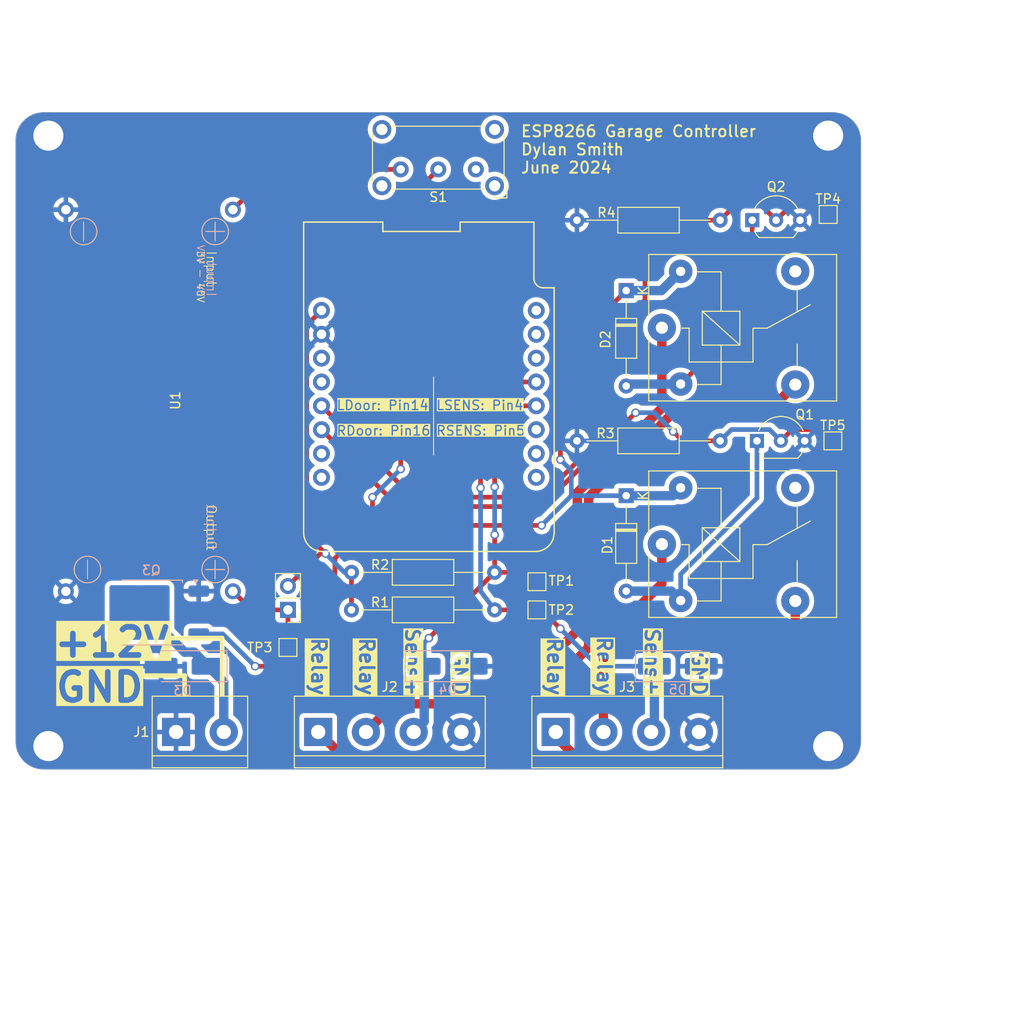
<source format=kicad_pcb>
(kicad_pcb (version 20221018) (generator pcbnew)
  (layers (0 "F.Cu" signal) (31 "B.Cu" signal) (34 "B.Paste" user) (35 "F.Paste" user) (36 "B.SilkS" user "B.Silkscreen") (37 "F.SilkS" user "F.Silkscreen") (38 "B.Mask" user) (39 "F.Mask" user) (44 "Edge.Cuts" user))
  (net 0 "")
  (net 1 "+12V")
  (net 2 "Net-(D1-A)")
  (net 3 "Net-(D2-A)")
  (net 4 "Earth")
  (net 5 "LEFT_SENSOR")
  (net 6 "RIGHT_SENSOR")
  (net 7 "LBUT_NO")
  (net 8 "LBUT_COM")
  (net 9 "RBUT_NO")
  (net 10 "RBUT_COM")
  (net 11 "Net-(JP1-A)")
  (net 12 "+5V")
  (net 13 "Net-(Q1-G)")
  (net 14 "Net-(Q2-G)")
  (net 16 "Net-(S1-A)")
  (net 19 "Net-(D3-A1)")
  (footprint "TestPoint:TestPoint_Pad_1.5x1.5mm" (layer "F.Cu") (at 80.5 75)
    (fp_text reference "TP1" (at 2.6 -0.1) (layer "F.SilkS"))
    (fp_text value "TestPoint")
    (fp_line (start -0.95 -0.95) (end 0.95 -0.95) (stroke (width 0.12)) (layer "F.SilkS"))
    (fp_line (start -0.95 0.95) (end -0.95 -0.95) (stroke (width 0.12)) (layer "F.SilkS"))
    (fp_line (start 0.95 -0.95) (end 0.95 0.95) (stroke (width 0.12)) (layer "F.SilkS"))
    (fp_line (start 0.95 0.95) (end -0.95 0.95) (stroke (width 0.12)) (layer "F.SilkS"))
    (pad "1" smd rect (at 0 0) (size 1.5 1.5) (layers "F.Cu" "F.Mask") (net 5 "LEFT_SENSOR"))
  )
  (footprint "MountingHole:MountingHole_3.2mm_M3" (layer "F.Cu") (at 111.5 92.5)
    (fp_text reference "H2" hide)
    (fp_text value "MountingHole")
    (pad "" np_thru_hole circle locked (at 0 0) (size 3.2 3.2) (drill 3.2) (layers "*.Cu" "*.Mask"))
  )
  (footprint "TestPoint:TestPoint_Pad_1.5x1.5mm" (layer "F.Cu") (at 54 82)
    (fp_text reference "TP3" (at -3 0) (layer "F.SilkS"))
    (fp_text value "TestPoint")
    (fp_line (start -0.95 -0.95) (end 0.95 -0.95) (stroke (width 0.12)) (layer "F.SilkS"))
    (fp_line (start -0.95 0.95) (end -0.95 -0.95) (stroke (width 0.12)) (layer "F.SilkS"))
    (fp_line (start 0.95 -0.95) (end 0.95 0.95) (stroke (width 0.12)) (layer "F.SilkS"))
    (fp_line (start 0.95 0.95) (end -0.95 0.95) (stroke (width 0.12)) (layer "F.SilkS"))
    (pad "1" smd rect (at 0 0) (size 1.5 1.5) (layers "F.Cu" "F.Mask") (net 11 "Net-(JP1-A)"))
  )
  (footprint "Package_TO_SOT_THT:TO-92_Inline_Wide" (layer "F.Cu") (at 103.92 60)
    (fp_text reference "Q1" (at 5.08 -2.8) (layer "F.SilkS"))
    (fp_text value "BS170-D26Z")
    (fp_line (start 0.74 1.85) (end 4.34 1.85) (stroke (width 0.12)) (layer "F.SilkS"))
    (fp_arc (start 0.1836 -1.098807) (mid 1.143021 -2.192817) (end 2.54 -2.6) (stroke (width 0.12)) (layer "F.SilkS"))
    (fp_arc (start 0.74 1.85) (mid 0.446097 1.509328) (end 0.215816 1.122795) (stroke (width 0.12)) (layer "F.SilkS"))
    (fp_arc (start 2.54 -2.6) (mid 3.936979 -2.192818) (end 4.8964 -1.098807) (stroke (width 0.12)) (layer "F.SilkS"))
    (fp_arc (start 4.864184 1.122795) (mid 4.633903 1.509328) (end 4.34 1.85) (stroke (width 0.12)) (layer "F.SilkS"))
    (pad "1" thru_hole rect (at 0 0) (size 1.5 1.5) (drill 0.8) (layers "*.Cu" "*.Mask") (net 2 "Net-(D1-A)"))
    (pad "2" thru_hole circle (at 2.54 0) (size 1.5 1.5) (drill 0.8) (layers "*.Cu" "*.Mask") (net 13 "Net-(Q1-G)"))
    (pad "3" thru_hole circle (at 5.08 0) (size 1.5 1.5) (drill 0.8) (layers "*.Cu" "*.Mask") (net 4 "Earth"))
  )
  (footprint "Diode_THT:D_DO-35_SOD27_P10.16mm_Horizontal" (layer "F.Cu") (at 90 65.84 -90)
    (fp_text reference "D1" (at 5.26 2 90) (layer "F.SilkS"))
    (fp_text value "1N4148TR")
    (fp_text user "K" (at 0 -1.8 -90) (layer "F.SilkS"))
    (fp_line (start 1.04 0) (end 2.96 0) (stroke (width 0.12)) (layer "F.SilkS"))
    (fp_line (start 2.96 -1.12) (end 2.96 1.12) (stroke (width 0.12)) (layer "F.SilkS"))
    (fp_line (start 2.96 1.12) (end 7.2 1.12) (stroke (width 0.12)) (layer "F.SilkS"))
    (fp_line (start 3.56 -1.12) (end 3.56 1.12) (stroke (width 0.12)) (layer "F.SilkS"))
    (fp_line (start 3.68 -1.12) (end 3.68 1.12) (stroke (width 0.12)) (layer "F.SilkS"))
    (fp_line (start 3.8 -1.12) (end 3.8 1.12) (stroke (width 0.12)) (layer "F.SilkS"))
    (fp_line (start 7.2 -1.12) (end 2.96 -1.12) (stroke (width 0.12)) (layer "F.SilkS"))
    (fp_line (start 7.2 1.12) (end 7.2 -1.12) (stroke (width 0.12)) (layer "F.SilkS"))
    (fp_line (start 9.12 0) (end 7.2 0) (stroke (width 0.12)) (layer "F.SilkS"))
    (pad "1" thru_hole rect (at 0 0 270) (size 1.6 1.6) (drill 0.8) (layers "*.Cu" "*.Mask") (net 1 "+12V"))
    (pad "2" thru_hole oval (at 10.16 0 270) (size 1.6 1.6) (drill 0.8) (layers "*.Cu" "*.Mask") (net 2 "Net-(D1-A)"))
  )
  (footprint "TestPoint:TestPoint_Pad_1.5x1.5mm" (layer "F.Cu") (at 112 60)
    (fp_text reference "TP5" (at 0 -1.648) (layer "F.SilkS"))
    (fp_text value "TestPoint")
    (fp_line (start -0.95 -0.95) (end 0.95 -0.95) (stroke (width 0.12)) (layer "F.SilkS"))
    (fp_line (start -0.95 0.95) (end -0.95 -0.95) (stroke (width 0.12)) (layer "F.SilkS"))
    (fp_line (start 0.95 -0.95) (end 0.95 0.95) (stroke (width 0.12)) (layer "F.SilkS"))
    (fp_line (start 0.95 0.95) (end -0.95 0.95) (stroke (width 0.12)) (layer "F.SilkS"))
    (pad "1" smd rect (at 0 0) (size 1.5 1.5) (layers "F.Cu" "F.Mask") (net 13 "Net-(Q1-G)"))
  )
  (footprint "Resistor_THT:R_Axial_DIN0207_L6.3mm_D2.5mm_P15.24mm_Horizontal" (layer "F.Cu") (at 60.76 74)
    (fp_text reference "R2" (at 3.04 -0.8) (layer "F.SilkS"))
    (fp_text value "100k")
    (fp_line (start 1.04 0) (end 4.35 0) (stroke (width 0.12)) (layer "F.SilkS"))
    (fp_line (start 4.35 -1.37) (end 4.35 1.37) (stroke (width 0.12)) (layer "F.SilkS"))
    (fp_line (start 4.35 1.37) (end 10.89 1.37) (stroke (width 0.12)) (layer "F.SilkS"))
    (fp_line (start 10.89 -1.37) (end 4.35 -1.37) (stroke (width 0.12)) (layer "F.SilkS"))
    (fp_line (start 10.89 1.37) (end 10.89 -1.37) (stroke (width 0.12)) (layer "F.SilkS"))
    (fp_line (start 14.2 0) (end 10.89 0) (stroke (width 0.12)) (layer "F.SilkS"))
    (pad "1" thru_hole circle (at 0 0) (size 1.6 1.6) (drill 0.8) (layers "*.Cu" "*.Mask") (net 12 "+5V"))
    (pad "2" thru_hole oval (at 15.24 0) (size 1.6 1.6) (drill 0.8) (layers "*.Cu" "*.Mask") (net 5 "LEFT_SENSOR"))
  )
  (footprint "Resistor_THT:R_Axial_DIN0207_L6.3mm_D2.5mm_P15.24mm_Horizontal" (layer "F.Cu") (at 100 60 180)
    (fp_text reference "R3" (at 12.2 0.8) (layer "F.SilkS"))
    (fp_text value "100k")
    (fp_line (start 1.04 0) (end 4.35 0) (stroke (width 0.12)) (layer "F.SilkS"))
    (fp_line (start 4.35 -1.37) (end 4.35 1.37) (stroke (width 0.12)) (layer "F.SilkS"))
    (fp_line (start 4.35 1.37) (end 10.89 1.37) (stroke (width 0.12)) (layer "F.SilkS"))
    (fp_line (start 10.89 -1.37) (end 4.35 -1.37) (stroke (width 0.12)) (layer "F.SilkS"))
    (fp_line (start 10.89 1.37) (end 10.89 -1.37) (stroke (width 0.12)) (layer "F.SilkS"))
    (fp_line (start 14.2 0) (end 10.89 0) (stroke (width 0.12)) (layer "F.SilkS"))
    (pad "1" thru_hole circle (at 0 0 180) (size 1.6 1.6) (drill 0.8) (layers "*.Cu" "*.Mask") (net 13 "Net-(Q1-G)"))
    (pad "2" thru_hole oval (at 15.24 0 180) (size 1.6 1.6) (drill 0.8) (layers "*.Cu" "*.Mask") (net 4 "Earth"))
  )
  (footprint "MountingHole:MountingHole_3.2mm_M3" (layer "F.Cu") (at 28.5 27.5)
    (fp_text reference "H3" hide)
    (fp_text value "MountingHole")
    (pad "" np_thru_hole circle locked (at 0 0) (size 3.2 3.2) (drill 3.2) (layers "*.Cu" "*.Mask"))
  )
  (footprint "TestPoint:TestPoint_Pad_1.5x1.5mm" (layer "F.Cu") (at 80.5 78)
    (fp_text reference "TP2" (at 2.6 0) (layer "F.SilkS"))
    (fp_text value "TestPoint")
    (fp_line (start -0.95 -0.95) (end 0.95 -0.95) (stroke (width 0.12)) (layer "F.SilkS"))
    (fp_line (start -0.95 0.95) (end -0.95 -0.95) (stroke (width 0.12)) (layer "F.SilkS"))
    (fp_line (start 0.95 -0.95) (end 0.95 0.95) (stroke (width 0.12)) (layer "F.SilkS"))
    (fp_line (start 0.95 0.95) (end -0.95 0.95) (stroke (width 0.12)) (layer "F.SilkS"))
    (pad "1" smd rect (at 0 0) (size 1.5 1.5) (layers "F.Cu" "F.Mask") (net 6 "RIGHT_SENSOR"))
  )
  (footprint "TerminalBlock:TerminalBlock_bornier-2_P5.08mm" (layer "F.Cu") (at 42.09 91)
    (fp_text reference "J1" (at -3.69 0) (layer "F.SilkS"))
    (fp_text value "1935161.0")
    (fp_line (start -2.54 -3.81) (end -2.54 3.81) (stroke (width 0.12)) (layer "F.SilkS"))
    (fp_line (start -2.54 3.81) (end 7.62 3.81) (stroke (width 0.12)) (layer "F.SilkS"))
    (fp_line (start 7.62 -3.81) (end -2.54 -3.81) (stroke (width 0.12)) (layer "F.SilkS"))
    (fp_line (start 7.62 2.54) (end -2.54 2.54) (stroke (width 0.12)) (layer "F.SilkS"))
    (fp_line (start 7.62 3.81) (end 7.62 -3.81) (stroke (width 0.12)) (layer "F.SilkS"))
    (pad "1" thru_hole rect locked (at 0 0) (size 3 3) (drill 1.52) (layers "*.Cu" "*.Mask") (net 4 "Earth"))
    (pad "2" thru_hole circle locked (at 5.08 0) (size 3 3) (drill 1.52) (layers "*.Cu" "*.Mask") (net 19 "Net-(D3-A1)"))
  )
  (footprint "000-Footprints:Relay_SPDT_Songle" (layer "F.Cu") (at 101.9 47.95)
    (fp_text reference "K2" hide)
    (fp_text value "SRD-12VDC-SL-C")
    (fp_line (start -9.5 -7.8) (end -9.5 -1.2) (stroke (width 0.12)) (layer "F.SilkS"))
    (fp_line (start -9.5 -7.8) (end 10.5 -7.8) (stroke (width 0.12)) (layer "F.SilkS"))
    (fp_line (start -9.5 1.2) (end -9.5 7.8) (stroke (width 0.12)) (layer "F.SilkS"))
    (fp_line (start -5.2 0.05) (end -6 0.05) (stroke (width 0.12)) (layer "F.SilkS"))
    (fp_line (start -5.2 0.05) (end -5.2 3.65) (stroke (width 0.12)) (layer "F.SilkS"))
    (fp_line (start -4.3 6.05) (end -1.8 6.05) (stroke (width 0.12)) (layer "F.SilkS"))
    (fp_line (start -3.8 -1.75) (end 0.2 -1.75) (stroke (width 0.12)) (layer "F.SilkS"))
    (fp_line (start -3.8 1.85) (end -3.8 -1.75) (stroke (width 0.12)) (layer "F.SilkS"))
    (fp_line (start -1.8 -5.95) (end -4.3 -5.95) (stroke (width 0.12)) (layer "F.SilkS"))
    (fp_line (start -1.8 -5.95) (end -1.8 -1.75) (stroke (width 0.12)) (layer "F.SilkS"))
    (fp_line (start -1.8 1.85) (end -1.8 6.05) (stroke (width 0.12)) (layer "F.SilkS"))
    (fp_line (start 0.2 -1.75) (end 0.2 1.85) (stroke (width 0.12)) (layer "F.SilkS"))
    (fp_line (start 0.2 1.85) (end -3.8 -1.75) (stroke (width 0.12)) (layer "F.SilkS"))
    (fp_line (start 0.2 1.85) (end -3.8 1.85) (stroke (width 0.12)) (layer "F.SilkS"))
    (fp_line (start 1.6 0.05) (end 1.6 3.65) (stroke (width 0.12)) (layer "F.SilkS"))
    (fp_line (start 1.6 0.05) (end 3.1 0.05) (stroke (width 0.12)) (layer "F.SilkS"))
    (fp_line (start 1.6 3.65) (end -5.2 3.65) (stroke (width 0.12)) (layer "F.SilkS"))
    (fp_line (start 3.1 0.05) (end 7.7 -2.45) (stroke (width 0.12)) (layer "F.SilkS"))
    (fp_line (start 6.3 -4.2) (end 6.3 -1.7) (stroke (width 0.12)) (layer "F.SilkS"))
    (fp_line (start 6.3 4.2) (end 6.3 1.75) (stroke (width 0.12)) (layer "F.SilkS"))
    (fp_line (start 10.5 -7.8) (end 10.5 7.8) (stroke (width 0.12)) (layer "F.SilkS"))
    (fp_line (start 10.5 7.8) (end -9.5 7.8) (stroke (width 0.12)) (layer "F.SilkS"))
    (pad "1" thru_hole circle (at -8.1 0 90) (size 3 3) (drill 1.3) (layers "*.Cu" "*.Mask") (net 8 "LBUT_COM"))
    (pad "2" thru_hole circle (at -6.1 6 90) (size 2.5 2.5) (drill 1) (layers "*.Cu" "*.Mask") (net 3 "Net-(D2-A)"))
    (pad "3" thru_hole circle (at 6.1 6.05 90) (size 3 3) (drill 1.3) (layers "*.Cu" "*.Mask") (net 7 "LBUT_NO"))
    (pad "4" thru_hole circle (at 6.1 -6 90) (size 3 3) (drill 1.3) (layers "*.Cu" "*.Mask"))
    (pad "5" thru_hole circle (at -6.1 -6 90) (size 2.5 2.5) (drill 1) (layers "*.Cu" "*.Mask") (net 1 "+12V"))
  )
  (footprint "TerminalBlock:TerminalBlock_bornier-4_P5.08mm" (layer "F.Cu") (at 57.22 91)
    (fp_text reference "J2" (at 7.6 -4.8) (layer "F.SilkS"))
    (fp_text value "EB21A-04-C")
    (fp_line (start -2.54 -3.81) (end -2.54 3.81) (stroke (width 0.12)) (layer "F.SilkS"))
    (fp_line (start -2.54 -3.81) (end 17.78 -3.81) (stroke (width 0.12)) (layer "F.SilkS"))
    (fp_line (start -2.54 3.81) (end 17.78 3.81) (stroke (width 0.12)) (layer "F.SilkS"))
    (fp_line (start 17.78 2.54) (end -2.54 2.54) (stroke (width 0.12)) (layer "F.SilkS"))
    (fp_line (start 17.78 3.81) (end 17.78 -3.81) (stroke (width 0.12)) (layer "F.SilkS"))
    (pad "1" thru_hole rect locked (at 0 0) (size 3 3) (drill 1.52) (layers "*.Cu" "*.Mask") (net 7 "LBUT_NO"))
    (pad "2" thru_hole circle locked (at 5.08 0) (size 3 3) (drill 1.52) (layers "*.Cu" "*.Mask") (net 8 "LBUT_COM"))
    (pad "3" thru_hole circle locked (at 10.16 0) (size 3 3) (drill 1.52) (layers "*.Cu" "*.Mask") (net 5 "LEFT_SENSOR"))
    (pad "4" thru_hole circle locked (at 15.24 0) (size 3 3) (drill 1.52) (layers "*.Cu" "*.Mask") (net 4 "Earth"))
  )
  (footprint "TestPoint:TestPoint_Pad_1.5x1.5mm" (layer "F.Cu") (at 111.5 35.89)
    (fp_text reference "TP4" (at 0 -1.648) (layer "F.SilkS"))
    (fp_text value "TestPoint")
    (fp_line (start -0.95 -0.95) (end 0.95 -0.95) (stroke (width 0.12)) (layer "F.SilkS"))
    (fp_line (start -0.95 0.95) (end -0.95 -0.95) (stroke (width 0.12)) (layer "F.SilkS"))
    (fp_line (start 0.95 -0.95) (end 0.95 0.95) (stroke (width 0.12)) (layer "F.SilkS"))
    (fp_line (start 0.95 0.95) (end -0.95 0.95) (stroke (width 0.12)) (layer "F.SilkS"))
    (pad "1" smd rect (at 0 0) (size 1.5 1.5) (layers "F.Cu" "F.Mask") (net 14 "Net-(Q2-G)"))
  )
  (footprint "Diode_THT:D_DO-35_SOD27_P10.16mm_Horizontal" (layer "F.Cu") (at 90 44 -90)
    (fp_text reference "D2" (at 5.2 2.2 90) (layer "F.SilkS"))
    (fp_text value "1N4148TR")
    (fp_text user "K" (at 0 -1.8 -90) (layer "F.SilkS"))
    (fp_line (start 1.04 0) (end 2.96 0) (stroke (width 0.12)) (layer "F.SilkS"))
    (fp_line (start 2.96 -1.12) (end 2.96 1.12) (stroke (width 0.12)) (layer "F.SilkS"))
    (fp_line (start 2.96 1.12) (end 7.2 1.12) (stroke (width 0.12)) (layer "F.SilkS"))
    (fp_line (start 3.56 -1.12) (end 3.56 1.12) (stroke (width 0.12)) (layer "F.SilkS"))
    (fp_line (start 3.68 -1.12) (end 3.68 1.12) (stroke (width 0.12)) (layer "F.SilkS"))
    (fp_line (start 3.8 -1.12) (end 3.8 1.12) (stroke (width 0.12)) (layer "F.SilkS"))
    (fp_line (start 7.2 -1.12) (end 2.96 -1.12) (stroke (width 0.12)) (layer "F.SilkS"))
    (fp_line (start 7.2 1.12) (end 7.2 -1.12) (stroke (width 0.12)) (layer "F.SilkS"))
    (fp_line (start 9.12 0) (end 7.2 0) (stroke (width 0.12)) (layer "F.SilkS"))
    (pad "1" thru_hole rect (at 0 0 270) (size 1.6 1.6) (drill 0.8) (layers "*.Cu" "*.Mask") (net 1 "+12V"))
    (pad "2" thru_hole oval (at 10.16 0 270) (size 1.6 1.6) (drill 0.8) (layers "*.Cu" "*.Mask") (net 3 "Net-(D2-A)"))
  )
  (footprint "000-Footprints:Relay_SPDT_Songle" (layer "F.Cu") (at 101.9 71)
    (fp_text reference "K1" hide)
    (fp_text value "SRD-12VDC-SL-C")
    (fp_line (start -9.5 -7.8) (end -9.5 -1.2) (stroke (width 0.12)) (layer "F.SilkS"))
    (fp_line (start -9.5 -7.8) (end 10.5 -7.8) (stroke (width 0.12)) (layer "F.SilkS"))
    (fp_line (start -9.5 1.2) (end -9.5 7.8) (stroke (width 0.12)) (layer "F.SilkS"))
    (fp_line (start -5.2 0.05) (end -6 0.05) (stroke (width 0.12)) (layer "F.SilkS"))
    (fp_line (start -5.2 0.05) (end -5.2 3.65) (stroke (width 0.12)) (layer "F.SilkS"))
    (fp_line (start -4.3 6.05) (end -1.8 6.05) (stroke (width 0.12)) (layer "F.SilkS"))
    (fp_line (start -3.8 -1.75) (end 0.2 -1.75) (stroke (width 0.12)) (layer "F.SilkS"))
    (fp_line (start -3.8 1.85) (end -3.8 -1.75) (stroke (width 0.12)) (layer "F.SilkS"))
    (fp_line (start -1.8 -5.95) (end -4.3 -5.95) (stroke (width 0.12)) (layer "F.SilkS"))
    (fp_line (start -1.8 -5.95) (end -1.8 -1.75) (stroke (width 0.12)) (layer "F.SilkS"))
    (fp_line (start -1.8 1.85) (end -1.8 6.05) (stroke (width 0.12)) (layer "F.SilkS"))
    (fp_line (start 0.2 -1.75) (end 0.2 1.85) (stroke (width 0.12)) (layer "F.SilkS"))
    (fp_line (start 0.2 1.85) (end -3.8 -1.75) (stroke (width 0.12)) (layer "F.SilkS"))
    (fp_line (start 0.2 1.85) (end -3.8 1.85) (stroke (width 0.12)) (layer "F.SilkS"))
    (fp_line (start 1.6 0.05) (end 1.6 3.65) (stroke (width 0.12)) (layer "F.SilkS"))
    (fp_line (start 1.6 0.05) (end 3.1 0.05) (stroke (width 0.12)) (layer "F.SilkS"))
    (fp_line (start 1.6 3.65) (end -5.2 3.65) (stroke (width 0.12)) (layer "F.SilkS"))
    (fp_line (start 3.1 0.05) (end 7.7 -2.45) (stroke (width 0.12)) (layer "F.SilkS"))
    (fp_line (start 6.3 -4.2) (end 6.3 -1.7) (stroke (width 0.12)) (layer "F.SilkS"))
    (fp_line (start 6.3 4.2) (end 6.3 1.75) (stroke (width 0.12)) (layer "F.SilkS"))
    (fp_line (start 10.5 -7.8) (end 10.5 7.8) (stroke (width 0.12)) (layer "F.SilkS"))
    (fp_line (start 10.5 7.8) (end -9.5 7.8) (stroke (width 0.12)) (layer "F.SilkS"))
    (pad "1" thru_hole circle (at -8.1 0 90) (size 3 3) (drill 1.3) (layers "*.Cu" "*.Mask") (net 10 "RBUT_COM"))
    (pad "2" thru_hole circle (at -6.1 6 90) (size 2.5 2.5) (drill 1) (layers "*.Cu" "*.Mask") (net 2 "Net-(D1-A)"))
    (pad "3" thru_hole circle (at 6.1 6.05 90) (size 3 3) (drill 1.3) (layers "*.Cu" "*.Mask") (net 9 "RBUT_NO"))
    (pad "4" thru_hole circle (at 6.1 -6 90) (size 3 3) (drill 1.3) (layers "*.Cu" "*.Mask"))
    (pad "5" thru_hole circle (at -6.1 -6 90) (size 2.5 2.5) (drill 1) (layers "*.Cu" "*.Mask") (net 1 "+12V"))
  )
  (footprint "Resistor_THT:R_Axial_DIN0207_L6.3mm_D2.5mm_P15.24mm_Horizontal" (layer "F.Cu") (at 60.76 78)
    (fp_text reference "R1" (at 3.04 -0.8) (layer "F.SilkS"))
    (fp_text value "100k")
    (fp_line (start 1.04 0) (end 4.35 0) (stroke (width 0.12)) (layer "F.SilkS"))
    (fp_line (start 4.35 -1.37) (end 4.35 1.37) (stroke (width 0.12)) (layer "F.SilkS"))
    (fp_line (start 4.35 1.37) (end 10.89 1.37) (stroke (width 0.12)) (layer "F.SilkS"))
    (fp_line (start 10.89 -1.37) (end 4.35 -1.37) (stroke (width 0.12)) (layer "F.SilkS"))
    (fp_line (start 10.89 1.37) (end 10.89 -1.37) (stroke (width 0.12)) (layer "F.SilkS"))
    (fp_line (start 14.2 0) (end 10.89 0) (stroke (width 0.12)) (layer "F.SilkS"))
    (pad "1" thru_hole circle (at 0 0) (size 1.6 1.6) (drill 0.8) (layers "*.Cu" "*.Mask") (net 12 "+5V"))
    (pad "2" thru_hole oval (at 15.24 0) (size 1.6 1.6) (drill 0.8) (layers "*.Cu" "*.Mask") (net 6 "RIGHT_SENSOR"))
  )
  (footprint "TerminalBlock:TerminalBlock_bornier-4_P5.08mm" (layer "F.Cu") (at 82.5 91)
    (fp_text reference "J3" (at 7.6 -4.8) (layer "F.SilkS"))
    (fp_text value "EB21A-04-C")
    (fp_line (start -2.54 -3.81) (end -2.54 3.81) (stroke (width 0.12)) (layer "F.SilkS"))
    (fp_line (start -2.54 -3.81) (end 17.78 -3.81) (stroke (width 0.12)) (layer "F.SilkS"))
    (fp_line (start -2.54 3.81) (end 17.78 3.81) (stroke (width 0.12)) (layer "F.SilkS"))
    (fp_line (start 17.78 2.54) (end -2.54 2.54) (stroke (width 0.12)) (layer "F.SilkS"))
    (fp_line (start 17.78 3.81) (end 17.78 -3.81) (stroke (width 0.12)) (layer "F.SilkS"))
    (pad "1" thru_hole rect locked (at 0 0) (size 3 3) (drill 1.52) (layers "*.Cu" "*.Mask") (net 9 "RBUT_NO"))
    (pad "2" thru_hole circle locked (at 5.08 0) (size 3 3) (drill 1.52) (layers "*.Cu" "*.Mask") (net 10 "RBUT_COM"))
    (pad "3" thru_hole circle locked (at 10.16 0) (size 3 3) (drill 1.52) (layers "*.Cu" "*.Mask") (net 6 "RIGHT_SENSOR"))
    (pad "4" thru_hole circle locked (at 15.24 0) (size 3 3) (drill 1.52) (layers "*.Cu" "*.Mask") (net 4 "Earth"))
  )
  (footprint "000-Footprints:LM2596Module" (layer "F.Cu") (at 39.25 55.7 -90)
    (fp_text reference "U1" (at 0 -2.77 90) (layer "F.SilkS"))
    (fp_text value "LM2596")
    (fp_text user "3V - 40V" (at -11 -5 -90 unlocked) (layer "B.SilkS") (effects (font (size 0.75 0.75) (thickness 0.1)) (justify left bottom mirror)))
    (fp_text user "Input" (at -11 -6 -90 unlocked) (layer "B.SilkS") (effects (font (thickness 0.1)) (justify left bottom mirror)))
    (fp_text user "Output" (at 16 -6 -90 unlocked) (layer "B.SilkS") (effects (font (thickness 0.1)) (justify left bottom mirror)))
    (fp_text user "3V - 40V" (at -16 -5 -90 unlocked) (layer "F.SilkS") (effects (font (size 0.75 0.75) (thickness 0.1)) (justify left bottom)))
    (fp_text user "Output" (at 11 -6 -90 unlocked) (layer "F.SilkS") (effects (font (thickness 0.1)) (justify left bottom)))
    (fp_text user "Input" (at -16 -6 -90 unlocked) (layer "F.SilkS") (effects (font (thickness 0.1)) (justify left bottom)))
    (fp_line (start -19 -7) (end -17 -7) (stroke (width 0.1)) (layer "B.SilkS"))
    (fp_line (start -19 7) (end -17 7) (stroke (width 0.1)) (layer "B.SilkS"))
    (fp_line (start -18 -8) (end -18 -6) (stroke (width 0.1)) (layer "B.SilkS"))
    (fp_line (start 17 -7) (end 19 -7) (stroke (width 0.1)) (layer "B.SilkS"))
    (fp_line (start 17 6.585787) (end 19 6.585787) (stroke (width 0.1)) (layer "B.SilkS"))
    (fp_line (start 18 -8) (end 18 -6) (stroke (width 0.1)) (layer "B.SilkS"))
    (fp_circle (center -18 -7) (end -16.585786 -7) (stroke (width 0.1)) (fill none) (layer "B.SilkS"))
    (fp_circle (center -18 7) (end -16.585786 7) (stroke (width 0.1)) (fill none) (layer "B.SilkS"))
    (fp_circle (center 18 -7) (end 19.414214 -7) (stroke (width 0.1)) (fill none) (layer "B.SilkS"))
    (fp_circle (center 18 6.585787) (end 19.414214 6.585787) (stroke (width 0.1)) (fill none) (layer "B.SilkS"))
    (fp_line (start -19 -7) (end -17 -7) (stroke (width 0.1)) (layer "F.SilkS"))
    (fp_line (start -19 7) (end -17 7) (stroke (width 0.1)) (layer "F.SilkS"))
    (fp_line (start -18 -8) (end -18 -6) (stroke (width 0.1)) (layer "F.SilkS"))
    (fp_line (start 17 -7) (end 19 -7) (stroke (width 0.1)) (layer "F.SilkS"))
    (fp_line (start 17 6.585787) (end 19 6.585787) (stroke (width 0.1)) (layer "F.SilkS"))
    (fp_line (start 18 -8) (end 18 -6) (stroke (width 0.1)) (layer "F.SilkS"))
    (fp_circle (center -18 -7) (end -17 -6) (stroke (width 0.1)) (fill none) (layer "F.SilkS"))
    (fp_circle (center -18 7) (end -17 8) (stroke (width 0.1)) (fill none) (layer "F.SilkS"))
    (fp_circle (center 18 -7) (end 19 -6) (stroke (width 0.1)) (fill none) (layer "F.SilkS"))
    (fp_circle (center 18 6.585787) (end 19 7.585787) (stroke (width 0.1)) (fill none) (layer "F.SilkS"))
    (pad "1" thru_hole oval (at -20.32 -8.89 270) (size 1.7 1.7) (drill 1) (layers "*.Cu" "*.Mask") (net 16 "Net-(S1-A)"))
    (pad "2" thru_hole oval (at -20.32 8.89 270) (size 1.7 1.7) (drill 1) (layers "*.Cu" "*.Mask") (net 4 "Earth"))
    (pad "3" thru_hole circle (at 20.32 8.89 270) (size 1.7 1.7) (drill 1) (layers "*.Cu" "*.Mask") (net 4 "Earth"))
    (pad "4" thru_hole circle (at 20.32 -8.89 270) (size 1.7 1.7) (drill 1) (layers "*.Cu" "*.Mask") (net 11 "Net-(JP1-A)"))
  )
  (footprint "000-Footprints:wemos-d1-mini-with-pin-header-and-connector" (layer "F.Cu") (at 69 55 -90)
    (fp_text reference "U2" hide)
    (fp_text value "WeMos_D1_mini")
    (fp_line (start -18.3 -11.18) (end -18.3 -3.32) (stroke (width 0.15)) (layer "F.SilkS"))
    (fp_line (start -18.3 -11.18) (end -12.3 -11.18) (stroke (width 0.15)) (layer "F.SilkS"))
    (fp_line (start -18.3 -3.32) (end -17.3 -3.32) (stroke (width 0.15)) (layer "F.SilkS"))
    (fp_line (start -18.3 4.9) (end -18.3 13.329999) (stroke (width 0.15)) (layer "F.SilkS"))
    (fp_line (start -18.3 13.33) (end 14.78 13.33) (stroke (width 0.15)) (layer "F.SilkS"))
    (fp_line (start -17.3 -3.32) (end -17.3 4.9) (stroke (width 0.15)) (layer "F.SilkS"))
    (fp_line (start -17.3 4.9) (end -18.3 4.9) (stroke (width 0.15)) (layer "F.SilkS"))
    (fp_line (start -11.3 -13.33) (end -11.3 -13.33) (stroke (width 0.15)) (layer "F.SilkS"))
    (fp_line (start -11.3 -12.17) (end -11.3 -13.33) (stroke (width 0.15)) (layer "F.SilkS"))
    (fp_line (start 14.78 -13.33) (end -11.3 -13.33) (stroke (width 0.15)) (layer "F.SilkS"))
    (fp_line (start 16.78 11.33) (end 16.78 -11.33) (stroke (width 0.15)) (layer "F.SilkS"))
    (fp_arc (start -11.3 -12.18) (mid -11.592893 -11.472893) (end -12.3 -11.18) (stroke (width 0.15)) (layer "F.SilkS"))
    (fp_arc (start 14.78 -13.33) (mid 16.194214 -12.744214) (end 16.78 -11.33) (stroke (width 0.15)) (layer "F.SilkS"))
    (fp_arc (start 16.78 11.33) (mid 16.194214 12.744214) (end 14.78 13.33) (stroke (width 0.15)) (layer "F.SilkS"))
    (pad "1" thru_hole circle (at 8.89 -11.43 270) (size 1.8 1.8) (drill 1.016) (layers "*.Cu" "*.Mask"))
    (pad "2" thru_hole circle (at 6.35 -11.43 270) (size 1.8 1.8) (drill 1.016) (layers "*.Cu" "*.Mask"))
    (pad "3" thru_hole circle (at 3.81 -11.43 270) (size 1.8 1.8) (drill 1.016) (layers "*.Cu" "*.Mask"))
    (pad "4" thru_hole circle (at 1.27 -11.43 270) (size 1.8 1.8) (drill 1.016) (layers "*.Cu" "*.Mask") (net 5 "LEFT_SENSOR"))
    (pad "5" thru_hole circle (at -1.27 -11.43 270) (size 1.8 1.8) (drill 1.016) (layers "*.Cu" "*.Mask") (net 6 "RIGHT_SENSOR"))
    (pad "6" thru_hole circle (at -3.81 -11.43) (size 1.8 1.8) (drill 1.016) (layers "*.Cu" "*.Mask"))
    (pad "7" thru_hole circle (at -6.35 -11.43 270) (size 1.8 1.8) (drill 1.016) (layers "*.Cu" "*.Mask"))
    (pad "8" thru_hole circle (at -8.89 -11.43 270) (size 1.8 1.8) (drill 1.016) (layers "*.Cu" "*.Mask"))
    (pad "9" thru_hole circle (at -8.89 11.43 270) (size 1.8 1.8) (drill 1.016) (layers "*.Cu" "*.Mask") (net 12 "+5V"))
    (pad "10" thru_hole circle (at -6.35 11.43 270) (size 1.8 1.8) (drill 1.016) (layers "*.Cu" "*.Mask") (net 4 "Earth"))
    (pad "11" thru_hole circle (at -3.81 11.43 270) (size 1.8 1.8) (drill 1.016) (layers "*.Cu" "*.Mask"))
    (pad "12" thru_hole circle (at -1.27 11.43 270) (size 1.8 1.8) (drill 1.016) (layers "*.Cu" "*.Mask"))
    (pad "13" thru_hole circle (at 1.27 11.43 270) (size 1.8 1.8) (drill 1.016) (layers "*.Cu" "*.Mask") (net 14 "Net-(Q2-G)"))
    (pad "14" thru_hole circle (at 3.81 11.43 270) (size 1.8 1.8) (drill 1.016) (layers "*.Cu" "*.Mask") (net 13 "Net-(Q1-G)"))
    (pad "15" thru_hole circle (at 6.35 11.43 270) (size 1.8 1.8) (drill 1.016) (layers "*.Cu" "*.Mask"))
    (pad "16" thru_hole circle (at 8.89 11.43 270) (size 1.8 1.8) (drill 1.016) (layers "*.Cu" "*.Mask"))
  )
  (footprint "MountingHole:MountingHole_3.2mm_M3" (layer "F.Cu") (at 28.5 92.5)
    (fp_text reference "H4" hide)
    (fp_text value "MountingHole")
    (pad "" np_thru_hole circle locked (at 0 0) (size 3.2 3.2) (drill 3.2) (layers "*.Cu" "*.Mask"))
  )
  (footprint "Package_TO_SOT_THT:TO-92_Inline_Wide" (layer "F.Cu") (at 103.42 36.5)
    (fp_text reference "Q2" (at 2.54 -3.56) (layer "F.SilkS"))
    (fp_text value "BS170-D26Z")
    (fp_line (start 0.74 1.85) (end 4.34 1.85) (stroke (width 0.12)) (layer "F.SilkS"))
    (fp_arc (start 0.1836 -1.098807) (mid 1.143021 -2.192817) (end 2.54 -2.6) (stroke (width 0.12)) (layer "F.SilkS"))
    (fp_arc (start 0.74 1.85) (mid 0.446097 1.509328) (end 0.215816 1.122795) (stroke (width 0.12)) (layer "F.SilkS"))
    (fp_arc (start 2.54 -2.6) (mid 3.936979 -2.192818) (end 4.8964 -1.098807) (stroke (width 0.12)) (layer "F.SilkS"))
    (fp_arc (start 4.864184 1.122795) (mid 4.633903 1.509328) (end 4.34 1.85) (stroke (width 0.12)) (layer "F.SilkS"))
    (pad "1" thru_hole rect (at 0 0) (size 1.5 1.5) (drill 0.8) (layers "*.Cu" "*.Mask") (net 3 "Net-(D2-A)"))
    (pad "2" thru_hole circle (at 2.54 0) (size 1.5 1.5) (drill 0.8) (layers "*.Cu" "*.Mask") (net 14 "Net-(Q2-G)"))
    (pad "3" thru_hole circle (at 5.08 0) (size 1.5 1.5) (drill 0.8) (layers "*.Cu" "*.Mask") (net 4 "Earth"))
  )
  (footprint "MountingHole:MountingHole_3.2mm_M3" (layer "F.Cu") (at 111.5 27.5)
    (fp_text reference "H1" hide)
    (fp_text value "MountingHole")
    (pad "" np_thru_hole circle locked (at 0 0) (size 3.2 3.2) (drill 3.2) (layers "*.Cu" "*.Mask"))
  )
  (footprint "Connector_PinHeader_2.54mm:PinHeader_1x02_P2.54mm_Vertical" (layer "F.Cu") (at 54 78 180)
    (fp_text reference "JP1" hide)
    (fp_text value "Jumper_2_Bridged")
    (fp_line (start -1.33 -1.33) (end 0 -1.33) (stroke (width 0.12)) (layer "F.SilkS"))
    (fp_line (start -1.33 0) (end -1.33 -1.33) (stroke (width 0.12)) (layer "F.SilkS"))
    (fp_line (start -1.33 1.27) (end -1.33 3.87) (stroke (width 0.12)) (layer "F.SilkS"))
    (fp_line (start -1.33 1.27) (end 1.33 1.27) (stroke (width 0.12)) (layer "F.SilkS"))
    (fp_line (start -1.33 3.87) (end 1.33 3.87) (stroke (width 0.12)) (layer "F.SilkS"))
    (fp_line (start 1.33 1.27) (end 1.33 3.87) (stroke (width 0.12)) (layer "F.SilkS"))
    (pad "1" thru_hole rect (at 0 0 180) (size 1.7 1.7) (drill 1) (layers "*.Cu" "*.Mask") (net 11 "Net-(JP1-A)"))
    (pad "2" thru_hole oval (at 0 2.54 180) (size 1.7 1.7) (drill 1) (layers "*.Cu" "*.Mask") (net 12 "+5V"))
  )
  (footprint "Resistor_THT:R_Axial_DIN0207_L6.3mm_D2.5mm_P15.24mm_Horizontal" (layer "F.Cu") (at 100 36.5 180)
    (fp_text reference "R4" (at 12.1 0.8) (layer "F.SilkS"))
    (fp_text value "100k")
    (fp_line (start 1.04 0) (end 4.35 0) (stroke (width 0.12)) (layer "F.SilkS"))
    (fp_line (start 4.35 -1.37) (end 4.35 1.37) (stroke (width 0.12)) (layer "F.SilkS"))
    (fp_line (start 4.35 1.37) (end 10.89 1.37) (stroke (width 0.12)) (layer "F.SilkS"))
    (fp_line (start 10.89 -1.37) (end 4.35 -1.37) (stroke (width 0.12)) (layer "F.SilkS"))
    (fp_line (start 10.89 1.37) (end 10.89 -1.37) (stroke (width 0.12)) (layer "F.SilkS"))
    (fp_line (start 14.2 0) (end 10.89 0) (stroke (width 0.12)) (layer "F.SilkS"))
    (pad "1" thru_hole circle (at 0 0 180) (size 1.6 1.6) (drill 0.8) (layers "*.Cu" "*.Mask") (net 14 "Net-(Q2-G)"))
    (pad "2" thru_hole oval (at 15.24 0 180) (size 1.6 1.6) (drill 0.8) (layers "*.Cu" "*.Mask") (net 4 "Earth"))
  )
  (footprint "000-Footprints:SW_E-Switch_EG1224_SPDT_Angled" (layer "F.Cu") (at 70 31.09 180)
    (fp_text reference "S1" (at 0 -2.95 180) (layer "F.SilkS"))
    (fp_text value "EG1224")
    (fp_line (start -7.3 -3.05) (end -6 -3.05) (stroke (width 0.12)) (layer "F.SilkS"))
    (fp_line (start -7.3 -1.75) (end -7.3 -3.05) (stroke (width 0.12)) (layer "F.SilkS"))
    (fp_line (start -7 3.85) (end -7 -1.35) (stroke (width 0.12)) (layer "F.SilkS"))
    (fp_line (start -4.95 -2.1) (end 4.95 -2.1) (stroke (width 0.12)) (layer "F.SilkS"))
    (fp_line (start 4.95 4.6) (end -4.95 4.6) (stroke (width 0.12)) (layer "F.SilkS"))
    (fp_line (start 7 -1.35) (end 7 3.85) (stroke (width 0.12)) (layer "F.SilkS"))
    (pad "" thru_hole circle locked (at -6 -1.75 180) (size 2 2) (drill 1.2) (layers "*.Cu" "*.Mask"))
    (pad "" thru_hole circle locked (at -6 4.25 180) (size 2 2) (drill 1.2) (layers "*.Cu" "*.Mask"))
    (pad "" thru_hole circle locked (at 6 -1.75 180) (size 2 2) (drill 1.2) (layers "*.Cu" "*.Mask"))
    (pad "" thru_hole circle locked (at 6 4.25 180) (size 2 2) (drill 1.2) (layers "*.Cu" "*.Mask"))
    (pad "1" thru_hole circle locked (at -4 0 180) (size 1.7 1.7) (drill 0.9) (layers "*.Cu" "*.Mask"))
    (pad "2" thru_hole circle locked (at 0 0 180) (size 1.7 1.7) (drill 0.9) (layers "*.Cu" "*.Mask") (net 1 "+12V"))
    (pad "3" thru_hole circle locked (at 4 0 180) (size 1.7 1.7) (drill 0.9) (layers "*.Cu" "*.Mask") (net 16 "Net-(S1-A)"))
  )
  (footprint "Diode_SMD:D_SMA_Handsoldering" (layer "B.Cu") (at 95.5 84)
    (fp_text reference "D5" (at 0 2.5) (layer "B.SilkS") (effects (justify mirror)))
    (fp_text value "SMA6J5.0A-TR")
    (fp_line (start -4.51 -1.65) (end 2.5 -1.65) (stroke (width 0.12)) (layer "B.SilkS"))
    (fp_line (start -4.51 1.65) (end -4.51 -1.65) (stroke (width 0.12)) (layer "B.SilkS"))
    (fp_line (start -4.51 1.65) (end 2.5 1.65) (stroke (width 0.12)) (layer "B.SilkS"))
    (pad "1" smd roundrect (at -2.5 0) (size 3.5 1.8) (layers "B.Cu" "B.Paste" "B.Mask") (roundrect_rratio 0.1388888889) (net 6 "RIGHT_SENSOR"))
    (pad "2" smd roundrect (at 2.5 0) (size 3.5 1.8) (layers "B.Cu" "B.Paste" "B.Mask") (roundrect_rratio 0.1388888889) (net 4 "Earth"))
  )
  (footprint "Diode_SMD:D_SMA_Handsoldering" (layer "B.Cu") (at 71 84)
    (fp_text reference "D4" (at 0 2.5) (layer "B.SilkS") (effects (justify mirror)))
    (fp_text value "SMA6J5.0A-TR")
    (fp_line (start -4.51 -1.65) (end 2.5 -1.65) (stroke (width 0.12)) (layer "B.SilkS"))
    (fp_line (start -4.51 1.65) (end -4.51 -1.65) (stroke (width 0.12)) (layer "B.SilkS"))
    (fp_line (start -4.51 1.65) (end 2.5 1.65) (stroke (width 0.12)) (layer "B.SilkS"))
    (pad "1" smd roundrect (at -2.5 0) (size 3.5 1.8) (layers "B.Cu" "B.Paste" "B.Mask") (roundrect_rratio 0.1388888889) (net 5 "LEFT_SENSOR"))
    (pad "2" smd roundrect (at 2.5 0) (size 3.5 1.8) (layers "B.Cu" "B.Paste" "B.Mask") (roundrect_rratio 0.1388888889) (net 4 "Earth"))
  )
  (footprint "Package_TO_SOT_SMD:TO-252-2" (layer "B.Cu") (at 39.46 78.28 180)
    (fp_text reference "Q3" (at 0 4.5) (layer "B.SilkS") (effects (justify mirror)))
    (fp_text value "IRFR9024NTRLPBF")
    (fp_line (start -3.31 -3.45) (end -3.31 -3.18) (stroke (width 0.12)) (layer "B.SilkS"))
    (fp_line (start -3.31 3.45) (end -3.31 3.18) (stroke (width 0.12)) (layer "B.SilkS"))
    (fp_line (start 3.11 -3.45) (end -3.31 -3.45) (stroke (width 0.12)) (layer "B.SilkS"))
    (fp_line (start 3.11 3.45) (end -3.31 3.45) (stroke (width 0.12)) (layer "B.SilkS"))
    (fp_poly (pts (xy -4.73 3.14) (xy -4.97 3.47) (xy -4.49 3.47) (xy -4.73 3.14)) (stroke (width 0.12)) (fill solid) (layer "B.SilkS"))
    (pad "1" smd roundrect (at -5.04 2.28 180) (size 2.2 1.2) (layers "B.Cu" "B.Paste" "B.Mask") (roundrect_rratio 0.2083333333) (net 4 "Earth"))
    (pad "2" smd roundrect (at -0.415 -1.525 180) (size 3.05 2.75) (layers "B.Cu" "B.Paste") (roundrect_rratio 0.09090909091) (net 19 "Net-(D3-A1)"))
    (pad "2" smd roundrect (at -0.415 1.525 180) (size 3.05 2.75) (layers "B.Cu" "B.Paste") (roundrect_rratio 0.09090909091) (net 19 "Net-(D3-A1)"))
    (pad "2" smd roundrect (at 1.26 0 180) (size 6.4 5.8) (layers "B.Cu" "B.Mask") (roundrect_rratio 0.04310293103) (net 19 "Net-(D3-A1)"))
    (pad "2" smd roundrect (at 2.935 -1.525 180) (size 3.05 2.75) (layers "B.Cu" "B.Paste") (roundrect_rratio 0.09090909091) (net 19 "Net-(D3-A1)"))
    (pad "2" smd roundrect (at 2.935 1.525 180) (size 3.05 2.75) (layers "B.Cu" "B.Paste") (roundrect_rratio 0.09090909091) (net 19 "Net-(D3-A1)"))
    (pad "3" smd roundrect (at -5.04 -2.28 180) (size 2.2 1.2) (layers "B.Cu" "B.Paste" "B.Mask") (roundrect_rratio 0.2083333333) (net 1 "+12V"))
  )
  (footprint "Diode_SMD:D_SMA_Handsoldering" (layer "B.Cu") (at 43 84 180)
    (fp_text reference "D3" (at 0.2 -2.6) (layer "B.SilkS") (effects (justify mirror)))
    (fp_text value "SMAJ12A")
    (fp_line (start -4.51 -1.65) (end 2.5 -1.65) (stroke (width 0.12)) (layer "B.SilkS"))
    (fp_line (start -4.51 1.65) (end -4.51 -1.65) (stroke (width 0.12)) (layer "B.SilkS"))
    (fp_line (start -4.51 1.65) (end 2.5 1.65) (stroke (width 0.12)) (layer "B.SilkS"))
    (pad "1" smd roundrect (at -2.5 0 180) (size 3.5 1.8) (layers "B.Cu" "B.Paste" "B.Mask") (roundrect_rratio 0.1388888889) (net 19 "Net-(D3-A1)"))
    (pad "2" smd roundrect (at 2.5 0 180) (size 3.5 1.8) (layers "B.Cu" "B.Paste" "B.Mask") (roundrect_rratio 0.1388888889) (net 4 "Earth"))
  )
  (gr_line (start 69.5 53.2) (end 69.5 61.5) (stroke (width 0.1)) (layer "F.SilkS"))
  (gr_line (start 38.5 85) (end 43 85) (stroke (width 0.5)) (layer "F.SilkS"))
  (gr_line (start 47 87) (end 47 81) (stroke (width 0.5)) (layer "F.SilkS"))
  (gr_line (start 41.5 81) (end 47 81) (stroke (width 0.5)) (layer "F.SilkS"))
  (gr_line (start 43 87) (end 43 85) (stroke (width 0.5)) (layer "F.SilkS"))
  (gr_line locked (start 115 28) (end 115 92) (stroke (width 0.05)) (layer "Edge.Cuts"))
  (gr_arc locked (start 25 28) (mid 25.87868 25.87868) (end 28 25) (stroke (width 0.05)) (layer "Edge.Cuts"))
  (gr_line locked (start 25 92) (end 25 28) (stroke (width 0.05)) (layer "Edge.Cuts"))
  (gr_arc locked (start 115 92) (mid 114.12132 94.12132) (end 112 95) (stroke (width 0.05)) (layer "Edge.Cuts"))
  (gr_arc locked (start 28 95) (mid 25.87868 94.12132) (end 25 92) (stroke (width 0.05)) (layer "Edge.Cuts"))
  (gr_arc locked (start 112 25) (mid 114.12132 25.87868) (end 115 28) (stroke (width 0.05)) (layer "Edge.Cuts"))
  (gr_line locked (start 28 25) (end 112 25) (stroke (width 0.05)) (layer "Edge.Cuts"))
  (gr_rect (start 74 121.11) (end 74 121.11) (stroke (width 0.05)) (fill none) (layer "Edge.Cuts"))
  (gr_line locked (start 112 95) (end 28 95) (stroke (width 0.05)) (layer "Edge.Cuts"))
  (gr_text "RDoor: Pin16" (at 59.1 59.5) (layer "F.SilkS" knockout) (effects (font (size 1 1)) (justify left bottom)))
  (gr_text "+12V\n" (at 28.852829 83.199731) (layer "F.SilkS" knockout) (effects (font (size 3 3) (thickness 0.6) bold) (justify left bottom)))
  (gr_text "RSENS: Pin5" (at 69.7 59.5) (layer "F.SilkS" knockout) (effects (font (size 1 1)) (justify left bottom)))
  (gr_text "Sens+" (at 66.4 79.8 270) (layer "F.SilkS" knockout) (effects (font (size 1.5 1.5) (thickness 0.3) bold) (justify left bottom)))
  (gr_text "ESP8266 Garage Controller\nDylan Smith\nJune 2024" (at 78.7 31.6) (layer "F.SilkS") (effects (font (size 1.2 1.2) (thickness 0.2) bold) (justify left bottom)))
  (gr_text "Relay" (at 56.4 80.8 270) (layer "F.SilkS" knockout) (effects (font (size 1.5 1.5) (thickness 0.3) bold) (justify left bottom)))
  (gr_text "Relay" (at 86.8 80.7 270) (layer "F.SilkS" knockout) (effects (font (size 1.5 1.5) (thickness 0.3) bold) (justify left bottom)))
  (gr_text "GND" (at 71.4 82.3 270) (layer "F.SilkS" knockout) (effects (font (size 1.5 1.5) (thickness 0.3) bold) (justify left bottom)))
  (gr_text "GND" (at 96.9 82.3 270) (layer "F.SilkS" knockout) (effects (font (size 1.5 1.5) (thickness 0.3) bold) (justify left bottom)))
  (gr_text "GND" (at 29 88) (layer "F.SilkS" knockout) (effects (font (size 3 3) (thickness 0.6) bold) (justify left bottom)))
  (gr_text "LDoor: Pin14" (at 59.1 56.8) (layer "F.SilkS" knockout) (effects (font (size 1 1)) (justify left bottom)))
  (gr_text "Relay" (at 81.5 80.8 270) (layer "F.SilkS" knockout) (effects (font (size 1.5 1.5) (thickness 0.3) bold) (justify left bottom)))
  (gr_text "LSENS: Pin4" (at 69.7 56.8) (layer "F.SilkS" knockout) (effects (font (size 1 1)) (justify left bottom)))
  (gr_text "Relay" (at 61.5 80.8 270) (layer "F.SilkS" knockout) (effects (font (size 1.5 1.5) (thickness 0.3) bold) (justify left bottom)))
  (gr_text "Sens+" (at 91.9 79.8 270) (layer "F.SilkS" knockout) (effects (font (size 1.5 1.5) (thickness 0.3) bold) (justify left bottom)))
  (segment (start 50.5 84) (end 56 84) (width 0.5) (layer "F.Cu") (net 1))
  (segment (start 62.5 69) (end 59 72.5) (width 0.5) (layer "F.Cu") (net 1))
  (segment (start 66 63) (end 66 35.09) (width 0.5) (layer "F.Cu") (net 1))
  (segment (start 83 62) (end 83 51) (width 0.5) (layer "F.Cu") (net 1))
  (segment (start 59 81) (end 56 84) (width 0.5) (layer "F.Cu") (net 1))
  (segment (start 59 72.5) (end 59 81) (width 0.5) (layer "F.Cu") (net 1))
  (segment (start 66 35.09) (end 70 31.09) (width 0.5) (layer "F.Cu") (net 1))
  (segment (start 81 69) (end 62.5 69) (width 0.5) (layer "F.Cu") (net 1))
  (segment (start 63 68.5) (end 63 66) (width 0.5) (layer "F.Cu") (net 1))
  (segment (start 83 51) (end 90 44) (width 0.5) (layer "F.Cu") (net 1))
  (segment (start 62.5 69) (end 63 68.5) (width 0.5) (layer "F.Cu") (net 1))
  (via (at 50.5 84) (size 0.9) (drill 0.6) (layers "F.Cu" "B.Cu") (net 1))
  (via (at 63 66) (size 0.9) (drill 0.6) (layers "F.Cu" "B.Cu") (net 1))
  (via (at 83 62) (size 0.9) (drill 0.6) (layers "F.Cu" "B.Cu") (net 1))
  (via (at 81 69) (size 0.9) (drill 0.6) (layers "F.Cu" "B.Cu") (net 1))
  (via (at 66 63) (size 0.9) (drill 0.6) (layers "F.Cu" "B.Cu") (net 1))
  (segment (start 81 69) (end 84.16 65.84) (width 0.5) (layer "B.Cu") (net 1))
  (segment (start 84.16 63.16) (end 83 62) (width 0.5) (layer "B.Cu") (net 1))
  (segment (start 93.75 44) (end 95.8 41.95) (width 1) (layer "B.Cu") (net 1))
  (segment (start 84.16 65.84) (end 90 65.84) (width 0.5) (layer "B.Cu") (net 1))
  (segment (start 63 66) (end 66 63) (width 0.5) (layer "B.Cu") (net 1))
  (segment (start 44.5 80.56) (end 47.06 80.56) (width 0.5) (layer "B.Cu") (net 1))
  (segment (start 90 44) (end 93.75 44) (width 1) (layer "B.Cu") (net 1))
  (segment (start 90 65.84) (end 94.96 65.84) (width 1) (layer "B.Cu") (net 1))
  (segment (start 94.96 65.84) (end 95.8 65) (width 1) (layer "B.Cu") (net 1))
  (segment (start 47.06 80.56) (end 50.5 84) (width 0.5) (layer "B.Cu") (net 1))
  (segment (start 84.16 65.84) (end 84.16 63.16) (width 0.5) (layer "B.Cu") (net 1))
  (segment (start 103.92 66.08) (end 103.92 60) (width 0.5) (layer "B.Cu") (net 2))
  (segment (start 95.8 74.2) (end 103.92 66.08) (width 0.5) (layer "B.Cu") (net 2))
  (segment (start 90 76) (end 94.8 76) (width 1) (layer "B.Cu") (net 2))
  (segment (start 94.8 76) (end 95.8 77) (width 1) (layer "B.Cu") (net 2))
  (segment (start 95.8 77) (end 95.8 74.2) (width 0.5) (layer "B.Cu") (net 2))
  (segment (start 103.42 36.5) (end 103.42 46.33) (width 0.5) (layer "F.Cu") (net 3))
  (segment (start 103.42 46.33) (end 95.8 53.95) (width 0.5) (layer "F.Cu") (net 3))
  (segment (start 95.8 53.95) (end 90.21 53.95) (width 1) (layer "B.Cu") (net 3))
  (segment (start 90.21 53.95) (end 90 54.16) (width 1) (layer "B.Cu") (net 3))
  (segment (start 76 74) (end 79.5 74) (width 0.5) (layer "F.Cu") (net 5))
  (segment (start 76 74) (end 76 70) (width 0.5) (layer "F.Cu") (net 5))
  (segment (start 69 81) (end 76 74) (width 0.5) (layer "F.Cu") (net 5))
  (segment (start 76 64.9) (end 76 58) (width 0.5) (layer "F.Cu") (net 5))
  (segment (start 77.73 56.27) (end 80.43 56.27) (width 0.5) (layer "F.Cu") (net 5))
  (segment (start 79.5 74) (end 80.5 75) (width 0.5) (layer "F.Cu") (net 5))
  (segment (start 76 58) (end 77.73 56.27) (width 0.5) (layer "F.Cu") (net 5))
  (via (at 69 81) (size 0.9) (drill 0.6) (layers "F.Cu" "B.Cu") (net 5))
  (via (at 76 64.9) (size 0.9) (drill 0.6) (layers "F.Cu" "B.Cu") (net 5))
  (via (at 76 70) (size 0.9) (drill 0.6) (layers "F.Cu" "B.Cu") (net 5))
  (segment (start 68.5 89.88) (end 67.38 91) (width 1) (layer "B.Cu") (net 5))
  (segment (start 68.5 81.5) (end 69 81) (width 0.5) (layer "B.Cu") (net 5))
  (segment (start 68.5 84) (end 68.5 81.5) (width 0.5) (layer "B.Cu") (net 5))
  (segment (start 76 70) (end 76 64.9) (width 0.5) (layer "B.Cu") (net 5))
  (segment (start 68.5 84) (end 68.5 89.88) (width 1) (layer "B.Cu") (net 5))
  (segment (start 74.5 58) (end 79 53.73) (width 0.5) (layer "F.Cu") (net 6))
  (segment (start 81 78) (end 76 78) (width 0.5) (layer "F.Cu") (net 6))
  (segment (start 74.5 65) (end 74.5 58) (width 0.5) (layer "F.Cu") (net 6))
  (segment (start 79 53.73) (end 80.43 53.73) (width 0.5) (layer "F.Cu") (net 6))
  (segment (start 83 80) (end 81 78) (width 0.5) (layer "F.Cu") (net 6))
  (via (at 74.5 65) (size 0.9) (drill 0.6) (layers "F.Cu" "B.Cu") (net 6))
  (via (at 83 80) (size 0.9) (drill 0.6) (layers "F.Cu" "B.Cu") (net 6))
  (segment (start 87 84) (end 93 84) (width 0.5) (layer "B.Cu") (net 6))
  (segment (start 74.5 65) (end 74.5 76) (width 0.5) (layer "B.Cu") (net 6))
  (segment (start 93 90.66) (end 92.66 91) (width 1) (layer "B.Cu") (net 6))
  (segment (start 83 80) (end 87 84) (width 0.5) (layer "B.Cu") (net 6))
  (segment (start 74.5 76) (end 76 78) (width 0.5) (layer "B.Cu") (net 6))
  (segment (start 93 84) (end 93 90.66) (width 1) (layer "B.Cu") (net 6))
  (segment (start 86 82) (end 86 66) (width 1) (layer "F.Cu") (net 7))
  (segment (start 74 94) (end 86 82) (width 1) (layer "F.Cu") (net 7))
  (segment (start 86 66) (end 95 57) (width 1) (layer "F.Cu") (net 7))
  (segment (start 57.22 91) (end 60.22 94) (width 1) (layer "F.Cu") (net 7))
  (segment (start 60.22 94) (end 74 94) (width 1) (layer "F.Cu") (net 7))
  (segment (start 95 57) (end 105 57) (width 1) (layer "F.Cu") (net 7))
  (segment (start 105 57) (end 108 54) (width 1) (layer "F.Cu") (net 7))
  (segment (start 84.8 65.502944) (end 93.8 56.502944) (width 1) (layer "F.Cu") (net 8))
  (segment (start 65.3 88) (end 77 88) (width 1) (layer "F.Cu") (net 8))
  (segment (start 84.8 80.2) (end 84.8 65.502944) (width 1) (layer "F.Cu") (net 8))
  (segment (start 77 88) (end 84.8 80.2) (width 1) (layer "F.Cu") (net 8))
  (segment (start 93.8 56.502944) (end 93.8 47.95) (width 1) (layer "F.Cu") (net 8))
  (segment (start 62.3 91) (end 65.3 88) (width 1) (layer "F.Cu") (net 8))
  (segment (start 82.5 91) (end 82.5 91.5) (width 1) (layer "F.Cu") (net 9))
  (segment (start 100 94) (end 108 86) (width 1) (layer "F.Cu") (net 9))
  (segment (start 108 86) (end 108 77.05) (width 1) (layer "F.Cu") (net 9))
  (segment (start 85 94) (end 100 94) (width 1) (layer "F.Cu") (net 9))
  (segment (start 82.5 91.5) (end 85 94) (width 1) (layer "F.Cu") (net 9))
  (segment (start 87.58 81.42) (end 87.58 91) (width 1) (layer "F.Cu") (net 10))
  (segment (start 93.8 71) (end 93.8 75.2) (width 1) (layer "F.Cu") (net 10))
  (segment (start 93.8 75.2) (end 87.58 81.42) (width 1) (layer "F.Cu") (net 10))
  (segment (start 54 78) (end 54 82) (width 0.5) (layer "F.Cu") (net 11))
  (segment (start 54 78) (end 50.12 78) (width 0.5) (layer "F.Cu") (net 11))
  (segment (start 50.12 78) (end 48.14 76.02) (width 0.5) (layer "F.Cu") (net 11))
  (segment (start 60.76 78) (end 60.76 74) (width 0.5) (layer "F.Cu") (net 12))
  (segment (start 56 47.68) (end 57.57 46.11) (width 0.5) (layer "F.Cu") (net 12))
  (segment (start 57.46 72) (end 58 72) (width 0.5) (layer "F.Cu") (net 12))
  (segment (start 54 75.46) (end 57.46 72) (width 0.5) (layer "F.Cu") (net 12))
  (segment (start 58 72) (end 56 70) (width 0.5) (layer "F.Cu") (net 12))
  (segment (start 56 70) (end 56 47.68) (width 0.5) (layer "F.Cu") (net 12))
  (via (at 58 72) (size 0.9) (drill 0.6) (layers "F.Cu" "B.Cu") (net 12))
  (segment (start 60 74) (end 58 72) (width 0.5) (layer "B.Cu") (net 12))
  (segment (start 60.76 74) (end 60 74) (width 0.5) (layer "B.Cu") (net 12))
  (segment (start 96 60) (end 100 60) (width 0.5) (layer "F.Cu") (net 13))
  (segment (start 57.57 58.81) (end 65.76 67) (width 0.5) (layer "F.Cu") (net 13))
  (segment (start 107.66 58.8) (end 110.8 58.8) (width 0.5) (layer "F.Cu") (net 13))
  (segment (start 110.8 58.8) (end 112 60) (width 0.5) (layer "F.Cu") (net 13))
  (segment (start 81 67) (end 91 57) (width 0.5) (layer "F.Cu") (net 13))
  (segment (start 79 67) (end 81 67) (width 0.5) (layer "F.Cu") (net 13))
  (segment (start 106.46 60) (end 107.66 58.8) (width 0.5) (layer "F.Cu") (net 13))
  (segment (start 65.76 67) (end 79 67) (width 0.5) (layer "F.Cu") (net 13))
  (segment (start 95 59) (end 96 60) (width 0.5) (layer "F.Cu") (net 13))
  (via (at 91 57) (size 0.9) (drill 0.6) (layers "F.Cu" "B.Cu") (net 13))
  (via (at 95 59) (size 0.9) (drill 0.6) (layers "F.Cu" "B.Cu") (net 13))
  (segment (start 105.26 58.8) (end 101.2 58.8) (width 0.5) (layer "B.Cu") (net 13))
  (segment (start 101.2 58.8) (end 100 60) (width 0.5) (layer "B.Cu") (net 13))
  (segment (start 91 57) (end 93 57) (width 0.5) (layer "B.Cu") (net 13))
  (segment (start 106.46 60) (end 105.26 58.8) (width 0.5) (layer "B.Cu") (net 13))
  (segment (start 93 57) (end 95 59) (width 0.5) (layer "B.Cu") (net 13))
  (segment (start 111.5 35.89) (end 111.5 35.5) (width 0.5) (layer "F.Cu") (net 14))
  (segment (start 111 35) (end 107.46 35) (width 0.5) (layer "F.Cu") (net 14))
  (segment (start 111.5 35.5) (end 111 35) (width 0.5) (layer "F.Cu") (net 14))
  (segment (start 87 60) (end 81 66) (width 0.5) (layer "F.Cu") (net 14))
  (segment (start 101.5 35) (end 100 36.5) (width 0.5) (layer "F.Cu") (net 14))
  (segment (start 81 66) (end 67.3 66) (width 0.5) (layer "F.Cu") (net 14))
  (segment (start 105.96 36.5) (end 104.46 35) (width 0.5) (layer "F.Cu") (net 14))
  (segment (start 96.5 36.5) (end 92 41) (width 0.5) (layer "F.Cu") (net 14))
  (segment (start 92 45) (end 87 50) (width 0.5) (layer "F.Cu") (net 14))
  (segment (start 107.46 35) (end 105.96 36.5) (width 0.5) (layer "F.Cu") (net 14))
  (segment (start 87 50) (end 87 60) (width 0.5) (layer "F.Cu") (net 14))
  (segment (start 100 36.5) (end 96.5 36.5) (width 0.5) (layer "F.Cu") (net 14))
  (segment (start 92 41) (end 92 45) (width 0.5) (layer "F.Cu") (net 14))
  (segment (start 67.3 66) (end 57.57 56.27) (width 0.5) (layer "F.Cu") (net 14))
  (segment (start 104.46 35) (end 101.5 35) (width 0.5) (layer "F.Cu") (net 14))
  (segment (start 66 31.09) (end 52.43 31.09) (width 0.5) (layer "F.Cu") (net 16))
  (segment (start 52.43 31.09) (end 48.14 35.38) (width 0.5) (layer "F.Cu") (net 16))
  (segment (start 43 82.5) (end 40.305 79.805) (width 1) (layer "B.Cu") (net 19))
  (segment (start 47.17 91) (end 47.17 85.67) (width 1) (layer "B.Cu") (net 19))
  (segment (start 47.17 85.67) (end 45.5 84) (width 1) (layer "B.Cu") (net 19))
  (segment (start 45.5 84) (end 44 82.5) (width 1) (layer "B.Cu") (net 19))
  (segment (start 44 82.5) (end 43 82.5) (width 1) (layer "B.Cu") (net 19))
  (segment (start 40.305 79.805) (end 39.875 79.805) (width 1) (layer "B.Cu") (net 19))
  (zone (net 4) (net_name "Earth") (layer "B.Cu") (connect_pads (clearance 0.5)) (min_thickness 0.25) (fill yes (thermal_gap 0.5) (thermal_bridge_width 0.5))
    (polygon (pts (xy 25 25) (xy 115 25) (xy 115 95) (xy 25 95)))
  )
)
</source>
